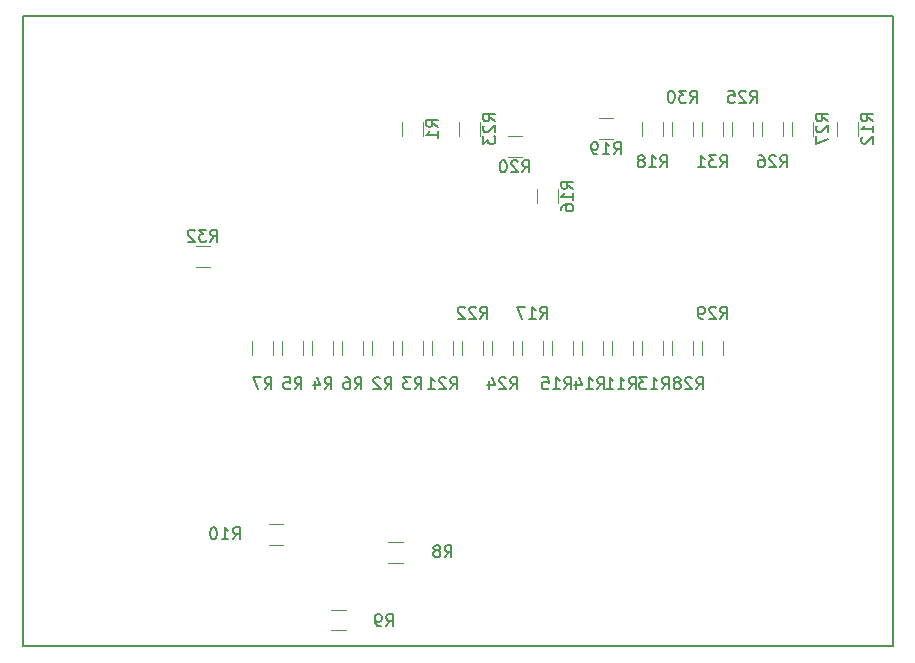
<source format=gbr>
G04 #@! TF.FileFunction,Legend,Bot*
%FSLAX46Y46*%
G04 Gerber Fmt 4.6, Leading zero omitted, Abs format (unit mm)*
G04 Created by KiCad (PCBNEW 4.0.7) date Fri Jun  7 08:16:43 2019*
%MOMM*%
%LPD*%
G01*
G04 APERTURE LIST*
%ADD10C,0.100000*%
%ADD11C,0.150000*%
%ADD12C,0.120000*%
G04 APERTURE END LIST*
D10*
D11*
X17780000Y-71120000D02*
X17780000Y-17780000D01*
X91440000Y-71120000D02*
X17780000Y-71120000D01*
X91440000Y-17780000D02*
X91440000Y-71120000D01*
X17780000Y-17780000D02*
X91440000Y-17780000D01*
D12*
X49920000Y-26705000D02*
X49920000Y-27905000D01*
X51680000Y-27905000D02*
X51680000Y-26705000D01*
X49140000Y-46447000D02*
X49140000Y-45247000D01*
X47380000Y-45247000D02*
X47380000Y-46447000D01*
X51680000Y-46447000D02*
X51680000Y-45247000D01*
X49920000Y-45247000D02*
X49920000Y-46447000D01*
X44060000Y-46447000D02*
X44060000Y-45247000D01*
X42300000Y-45247000D02*
X42300000Y-46447000D01*
X41520000Y-46447000D02*
X41520000Y-45247000D01*
X39760000Y-45247000D02*
X39760000Y-46447000D01*
X46600000Y-46447000D02*
X46600000Y-45247000D01*
X44840000Y-45247000D02*
X44840000Y-46447000D01*
X38980000Y-46447000D02*
X38980000Y-45247000D01*
X37220000Y-45247000D02*
X37220000Y-46447000D01*
X48739500Y-64062500D02*
X49939500Y-64062500D01*
X49939500Y-62302500D02*
X48739500Y-62302500D01*
X43913500Y-69777500D02*
X45113500Y-69777500D01*
X45113500Y-68017500D02*
X43913500Y-68017500D01*
X39843000Y-60778500D02*
X38643000Y-60778500D01*
X38643000Y-62538500D02*
X39843000Y-62538500D01*
X69460000Y-46447000D02*
X69460000Y-45247000D01*
X67700000Y-45247000D02*
X67700000Y-46447000D01*
X86750000Y-26705000D02*
X86750000Y-27905000D01*
X88510000Y-27905000D02*
X88510000Y-26705000D01*
X72000000Y-46447000D02*
X72000000Y-45247000D01*
X70240000Y-45247000D02*
X70240000Y-46447000D01*
X66920000Y-46447000D02*
X66920000Y-45247000D01*
X65160000Y-45247000D02*
X65160000Y-46447000D01*
X64380000Y-46447000D02*
X64380000Y-45247000D01*
X62620000Y-45247000D02*
X62620000Y-46447000D01*
X61350000Y-32420000D02*
X61350000Y-33620000D01*
X63110000Y-33620000D02*
X63110000Y-32420000D01*
X61840000Y-46447000D02*
X61840000Y-45247000D01*
X60080000Y-45247000D02*
X60080000Y-46447000D01*
X70240000Y-26705000D02*
X70240000Y-27905000D01*
X72000000Y-27905000D02*
X72000000Y-26705000D01*
X67783000Y-26425000D02*
X66583000Y-26425000D01*
X66583000Y-28185000D02*
X67783000Y-28185000D01*
X60036000Y-27949000D02*
X58836000Y-27949000D01*
X58836000Y-29709000D02*
X60036000Y-29709000D01*
X54220000Y-46447000D02*
X54220000Y-45247000D01*
X52460000Y-45247000D02*
X52460000Y-46447000D01*
X56760000Y-46447000D02*
X56760000Y-45247000D01*
X55000000Y-45247000D02*
X55000000Y-46447000D01*
X54746000Y-26705000D02*
X54746000Y-27905000D01*
X56506000Y-27905000D02*
X56506000Y-26705000D01*
X59300000Y-46447000D02*
X59300000Y-45247000D01*
X57540000Y-45247000D02*
X57540000Y-46447000D01*
X77860000Y-26705000D02*
X77860000Y-27905000D01*
X79620000Y-27905000D02*
X79620000Y-26705000D01*
X80400000Y-26705000D02*
X80400000Y-27905000D01*
X82160000Y-27905000D02*
X82160000Y-26705000D01*
X82940000Y-26705000D02*
X82940000Y-27905000D01*
X84700000Y-27905000D02*
X84700000Y-26705000D01*
X74540000Y-46447000D02*
X74540000Y-45247000D01*
X72780000Y-45247000D02*
X72780000Y-46447000D01*
X77080000Y-46447000D02*
X77080000Y-45247000D01*
X75320000Y-45247000D02*
X75320000Y-46447000D01*
X72780000Y-26705000D02*
X72780000Y-27905000D01*
X74540000Y-27905000D02*
X74540000Y-26705000D01*
X75320000Y-26705000D02*
X75320000Y-27905000D01*
X77080000Y-27905000D02*
X77080000Y-26705000D01*
X32420000Y-38980000D02*
X33620000Y-38980000D01*
X33620000Y-37220000D02*
X32420000Y-37220000D01*
D11*
X52952381Y-27138334D02*
X52476190Y-26805000D01*
X52952381Y-26566905D02*
X51952381Y-26566905D01*
X51952381Y-26947858D01*
X52000000Y-27043096D01*
X52047619Y-27090715D01*
X52142857Y-27138334D01*
X52285714Y-27138334D01*
X52380952Y-27090715D01*
X52428571Y-27043096D01*
X52476190Y-26947858D01*
X52476190Y-26566905D01*
X52952381Y-28090715D02*
X52952381Y-27519286D01*
X52952381Y-27805000D02*
X51952381Y-27805000D01*
X52095238Y-27709762D01*
X52190476Y-27614524D01*
X52238095Y-27519286D01*
X48426666Y-49347381D02*
X48760000Y-48871190D01*
X48998095Y-49347381D02*
X48998095Y-48347381D01*
X48617142Y-48347381D01*
X48521904Y-48395000D01*
X48474285Y-48442619D01*
X48426666Y-48537857D01*
X48426666Y-48680714D01*
X48474285Y-48775952D01*
X48521904Y-48823571D01*
X48617142Y-48871190D01*
X48998095Y-48871190D01*
X48045714Y-48442619D02*
X47998095Y-48395000D01*
X47902857Y-48347381D01*
X47664761Y-48347381D01*
X47569523Y-48395000D01*
X47521904Y-48442619D01*
X47474285Y-48537857D01*
X47474285Y-48633095D01*
X47521904Y-48775952D01*
X48093333Y-49347381D01*
X47474285Y-49347381D01*
X50966666Y-49347381D02*
X51300000Y-48871190D01*
X51538095Y-49347381D02*
X51538095Y-48347381D01*
X51157142Y-48347381D01*
X51061904Y-48395000D01*
X51014285Y-48442619D01*
X50966666Y-48537857D01*
X50966666Y-48680714D01*
X51014285Y-48775952D01*
X51061904Y-48823571D01*
X51157142Y-48871190D01*
X51538095Y-48871190D01*
X50633333Y-48347381D02*
X50014285Y-48347381D01*
X50347619Y-48728333D01*
X50204761Y-48728333D01*
X50109523Y-48775952D01*
X50061904Y-48823571D01*
X50014285Y-48918810D01*
X50014285Y-49156905D01*
X50061904Y-49252143D01*
X50109523Y-49299762D01*
X50204761Y-49347381D01*
X50490476Y-49347381D01*
X50585714Y-49299762D01*
X50633333Y-49252143D01*
X43346666Y-49347381D02*
X43680000Y-48871190D01*
X43918095Y-49347381D02*
X43918095Y-48347381D01*
X43537142Y-48347381D01*
X43441904Y-48395000D01*
X43394285Y-48442619D01*
X43346666Y-48537857D01*
X43346666Y-48680714D01*
X43394285Y-48775952D01*
X43441904Y-48823571D01*
X43537142Y-48871190D01*
X43918095Y-48871190D01*
X42489523Y-48680714D02*
X42489523Y-49347381D01*
X42727619Y-48299762D02*
X42965714Y-49014048D01*
X42346666Y-49014048D01*
X40806666Y-49347381D02*
X41140000Y-48871190D01*
X41378095Y-49347381D02*
X41378095Y-48347381D01*
X40997142Y-48347381D01*
X40901904Y-48395000D01*
X40854285Y-48442619D01*
X40806666Y-48537857D01*
X40806666Y-48680714D01*
X40854285Y-48775952D01*
X40901904Y-48823571D01*
X40997142Y-48871190D01*
X41378095Y-48871190D01*
X39901904Y-48347381D02*
X40378095Y-48347381D01*
X40425714Y-48823571D01*
X40378095Y-48775952D01*
X40282857Y-48728333D01*
X40044761Y-48728333D01*
X39949523Y-48775952D01*
X39901904Y-48823571D01*
X39854285Y-48918810D01*
X39854285Y-49156905D01*
X39901904Y-49252143D01*
X39949523Y-49299762D01*
X40044761Y-49347381D01*
X40282857Y-49347381D01*
X40378095Y-49299762D01*
X40425714Y-49252143D01*
X45886666Y-49347381D02*
X46220000Y-48871190D01*
X46458095Y-49347381D02*
X46458095Y-48347381D01*
X46077142Y-48347381D01*
X45981904Y-48395000D01*
X45934285Y-48442619D01*
X45886666Y-48537857D01*
X45886666Y-48680714D01*
X45934285Y-48775952D01*
X45981904Y-48823571D01*
X46077142Y-48871190D01*
X46458095Y-48871190D01*
X45029523Y-48347381D02*
X45220000Y-48347381D01*
X45315238Y-48395000D01*
X45362857Y-48442619D01*
X45458095Y-48585476D01*
X45505714Y-48775952D01*
X45505714Y-49156905D01*
X45458095Y-49252143D01*
X45410476Y-49299762D01*
X45315238Y-49347381D01*
X45124761Y-49347381D01*
X45029523Y-49299762D01*
X44981904Y-49252143D01*
X44934285Y-49156905D01*
X44934285Y-48918810D01*
X44981904Y-48823571D01*
X45029523Y-48775952D01*
X45124761Y-48728333D01*
X45315238Y-48728333D01*
X45410476Y-48775952D01*
X45458095Y-48823571D01*
X45505714Y-48918810D01*
X38266666Y-49347381D02*
X38600000Y-48871190D01*
X38838095Y-49347381D02*
X38838095Y-48347381D01*
X38457142Y-48347381D01*
X38361904Y-48395000D01*
X38314285Y-48442619D01*
X38266666Y-48537857D01*
X38266666Y-48680714D01*
X38314285Y-48775952D01*
X38361904Y-48823571D01*
X38457142Y-48871190D01*
X38838095Y-48871190D01*
X37933333Y-48347381D02*
X37266666Y-48347381D01*
X37695238Y-49347381D01*
X53506666Y-63571381D02*
X53840000Y-63095190D01*
X54078095Y-63571381D02*
X54078095Y-62571381D01*
X53697142Y-62571381D01*
X53601904Y-62619000D01*
X53554285Y-62666619D01*
X53506666Y-62761857D01*
X53506666Y-62904714D01*
X53554285Y-62999952D01*
X53601904Y-63047571D01*
X53697142Y-63095190D01*
X54078095Y-63095190D01*
X52935238Y-62999952D02*
X53030476Y-62952333D01*
X53078095Y-62904714D01*
X53125714Y-62809476D01*
X53125714Y-62761857D01*
X53078095Y-62666619D01*
X53030476Y-62619000D01*
X52935238Y-62571381D01*
X52744761Y-62571381D01*
X52649523Y-62619000D01*
X52601904Y-62666619D01*
X52554285Y-62761857D01*
X52554285Y-62809476D01*
X52601904Y-62904714D01*
X52649523Y-62952333D01*
X52744761Y-62999952D01*
X52935238Y-62999952D01*
X53030476Y-63047571D01*
X53078095Y-63095190D01*
X53125714Y-63190429D01*
X53125714Y-63380905D01*
X53078095Y-63476143D01*
X53030476Y-63523762D01*
X52935238Y-63571381D01*
X52744761Y-63571381D01*
X52649523Y-63523762D01*
X52601904Y-63476143D01*
X52554285Y-63380905D01*
X52554285Y-63190429D01*
X52601904Y-63095190D01*
X52649523Y-63047571D01*
X52744761Y-62999952D01*
X48553666Y-69413381D02*
X48887000Y-68937190D01*
X49125095Y-69413381D02*
X49125095Y-68413381D01*
X48744142Y-68413381D01*
X48648904Y-68461000D01*
X48601285Y-68508619D01*
X48553666Y-68603857D01*
X48553666Y-68746714D01*
X48601285Y-68841952D01*
X48648904Y-68889571D01*
X48744142Y-68937190D01*
X49125095Y-68937190D01*
X48077476Y-69413381D02*
X47887000Y-69413381D01*
X47791761Y-69365762D01*
X47744142Y-69318143D01*
X47648904Y-69175286D01*
X47601285Y-68984810D01*
X47601285Y-68603857D01*
X47648904Y-68508619D01*
X47696523Y-68461000D01*
X47791761Y-68413381D01*
X47982238Y-68413381D01*
X48077476Y-68461000D01*
X48125095Y-68508619D01*
X48172714Y-68603857D01*
X48172714Y-68841952D01*
X48125095Y-68937190D01*
X48077476Y-68984810D01*
X47982238Y-69032429D01*
X47791761Y-69032429D01*
X47696523Y-68984810D01*
X47648904Y-68937190D01*
X47601285Y-68841952D01*
X35567857Y-62047381D02*
X35901191Y-61571190D01*
X36139286Y-62047381D02*
X36139286Y-61047381D01*
X35758333Y-61047381D01*
X35663095Y-61095000D01*
X35615476Y-61142619D01*
X35567857Y-61237857D01*
X35567857Y-61380714D01*
X35615476Y-61475952D01*
X35663095Y-61523571D01*
X35758333Y-61571190D01*
X36139286Y-61571190D01*
X34615476Y-62047381D02*
X35186905Y-62047381D01*
X34901191Y-62047381D02*
X34901191Y-61047381D01*
X34996429Y-61190238D01*
X35091667Y-61285476D01*
X35186905Y-61333095D01*
X33996429Y-61047381D02*
X33901190Y-61047381D01*
X33805952Y-61095000D01*
X33758333Y-61142619D01*
X33710714Y-61237857D01*
X33663095Y-61428333D01*
X33663095Y-61666429D01*
X33710714Y-61856905D01*
X33758333Y-61952143D01*
X33805952Y-61999762D01*
X33901190Y-62047381D01*
X33996429Y-62047381D01*
X34091667Y-61999762D01*
X34139286Y-61952143D01*
X34186905Y-61856905D01*
X34234524Y-61666429D01*
X34234524Y-61428333D01*
X34186905Y-61237857D01*
X34139286Y-61142619D01*
X34091667Y-61095000D01*
X33996429Y-61047381D01*
X69095857Y-49347381D02*
X69429191Y-48871190D01*
X69667286Y-49347381D02*
X69667286Y-48347381D01*
X69286333Y-48347381D01*
X69191095Y-48395000D01*
X69143476Y-48442619D01*
X69095857Y-48537857D01*
X69095857Y-48680714D01*
X69143476Y-48775952D01*
X69191095Y-48823571D01*
X69286333Y-48871190D01*
X69667286Y-48871190D01*
X68143476Y-49347381D02*
X68714905Y-49347381D01*
X68429191Y-49347381D02*
X68429191Y-48347381D01*
X68524429Y-48490238D01*
X68619667Y-48585476D01*
X68714905Y-48633095D01*
X67191095Y-49347381D02*
X67762524Y-49347381D01*
X67476810Y-49347381D02*
X67476810Y-48347381D01*
X67572048Y-48490238D01*
X67667286Y-48585476D01*
X67762524Y-48633095D01*
X89782381Y-26662143D02*
X89306190Y-26328809D01*
X89782381Y-26090714D02*
X88782381Y-26090714D01*
X88782381Y-26471667D01*
X88830000Y-26566905D01*
X88877619Y-26614524D01*
X88972857Y-26662143D01*
X89115714Y-26662143D01*
X89210952Y-26614524D01*
X89258571Y-26566905D01*
X89306190Y-26471667D01*
X89306190Y-26090714D01*
X89782381Y-27614524D02*
X89782381Y-27043095D01*
X89782381Y-27328809D02*
X88782381Y-27328809D01*
X88925238Y-27233571D01*
X89020476Y-27138333D01*
X89068095Y-27043095D01*
X88877619Y-27995476D02*
X88830000Y-28043095D01*
X88782381Y-28138333D01*
X88782381Y-28376429D01*
X88830000Y-28471667D01*
X88877619Y-28519286D01*
X88972857Y-28566905D01*
X89068095Y-28566905D01*
X89210952Y-28519286D01*
X89782381Y-27947857D01*
X89782381Y-28566905D01*
X71889857Y-49347381D02*
X72223191Y-48871190D01*
X72461286Y-49347381D02*
X72461286Y-48347381D01*
X72080333Y-48347381D01*
X71985095Y-48395000D01*
X71937476Y-48442619D01*
X71889857Y-48537857D01*
X71889857Y-48680714D01*
X71937476Y-48775952D01*
X71985095Y-48823571D01*
X72080333Y-48871190D01*
X72461286Y-48871190D01*
X70937476Y-49347381D02*
X71508905Y-49347381D01*
X71223191Y-49347381D02*
X71223191Y-48347381D01*
X71318429Y-48490238D01*
X71413667Y-48585476D01*
X71508905Y-48633095D01*
X70604143Y-48347381D02*
X69985095Y-48347381D01*
X70318429Y-48728333D01*
X70175571Y-48728333D01*
X70080333Y-48775952D01*
X70032714Y-48823571D01*
X69985095Y-48918810D01*
X69985095Y-49156905D01*
X70032714Y-49252143D01*
X70080333Y-49299762D01*
X70175571Y-49347381D01*
X70461286Y-49347381D01*
X70556524Y-49299762D01*
X70604143Y-49252143D01*
X66428857Y-49347381D02*
X66762191Y-48871190D01*
X67000286Y-49347381D02*
X67000286Y-48347381D01*
X66619333Y-48347381D01*
X66524095Y-48395000D01*
X66476476Y-48442619D01*
X66428857Y-48537857D01*
X66428857Y-48680714D01*
X66476476Y-48775952D01*
X66524095Y-48823571D01*
X66619333Y-48871190D01*
X67000286Y-48871190D01*
X65476476Y-49347381D02*
X66047905Y-49347381D01*
X65762191Y-49347381D02*
X65762191Y-48347381D01*
X65857429Y-48490238D01*
X65952667Y-48585476D01*
X66047905Y-48633095D01*
X64619333Y-48680714D02*
X64619333Y-49347381D01*
X64857429Y-48299762D02*
X65095524Y-49014048D01*
X64476476Y-49014048D01*
X63634857Y-49347381D02*
X63968191Y-48871190D01*
X64206286Y-49347381D02*
X64206286Y-48347381D01*
X63825333Y-48347381D01*
X63730095Y-48395000D01*
X63682476Y-48442619D01*
X63634857Y-48537857D01*
X63634857Y-48680714D01*
X63682476Y-48775952D01*
X63730095Y-48823571D01*
X63825333Y-48871190D01*
X64206286Y-48871190D01*
X62682476Y-49347381D02*
X63253905Y-49347381D01*
X62968191Y-49347381D02*
X62968191Y-48347381D01*
X63063429Y-48490238D01*
X63158667Y-48585476D01*
X63253905Y-48633095D01*
X61777714Y-48347381D02*
X62253905Y-48347381D01*
X62301524Y-48823571D01*
X62253905Y-48775952D01*
X62158667Y-48728333D01*
X61920571Y-48728333D01*
X61825333Y-48775952D01*
X61777714Y-48823571D01*
X61730095Y-48918810D01*
X61730095Y-49156905D01*
X61777714Y-49252143D01*
X61825333Y-49299762D01*
X61920571Y-49347381D01*
X62158667Y-49347381D01*
X62253905Y-49299762D01*
X62301524Y-49252143D01*
X64382381Y-32377143D02*
X63906190Y-32043809D01*
X64382381Y-31805714D02*
X63382381Y-31805714D01*
X63382381Y-32186667D01*
X63430000Y-32281905D01*
X63477619Y-32329524D01*
X63572857Y-32377143D01*
X63715714Y-32377143D01*
X63810952Y-32329524D01*
X63858571Y-32281905D01*
X63906190Y-32186667D01*
X63906190Y-31805714D01*
X64382381Y-33329524D02*
X64382381Y-32758095D01*
X64382381Y-33043809D02*
X63382381Y-33043809D01*
X63525238Y-32948571D01*
X63620476Y-32853333D01*
X63668095Y-32758095D01*
X63382381Y-34186667D02*
X63382381Y-33996190D01*
X63430000Y-33900952D01*
X63477619Y-33853333D01*
X63620476Y-33758095D01*
X63810952Y-33710476D01*
X64191905Y-33710476D01*
X64287143Y-33758095D01*
X64334762Y-33805714D01*
X64382381Y-33900952D01*
X64382381Y-34091429D01*
X64334762Y-34186667D01*
X64287143Y-34234286D01*
X64191905Y-34281905D01*
X63953810Y-34281905D01*
X63858571Y-34234286D01*
X63810952Y-34186667D01*
X63763333Y-34091429D01*
X63763333Y-33900952D01*
X63810952Y-33805714D01*
X63858571Y-33758095D01*
X63953810Y-33710476D01*
X61602857Y-43378381D02*
X61936191Y-42902190D01*
X62174286Y-43378381D02*
X62174286Y-42378381D01*
X61793333Y-42378381D01*
X61698095Y-42426000D01*
X61650476Y-42473619D01*
X61602857Y-42568857D01*
X61602857Y-42711714D01*
X61650476Y-42806952D01*
X61698095Y-42854571D01*
X61793333Y-42902190D01*
X62174286Y-42902190D01*
X60650476Y-43378381D02*
X61221905Y-43378381D01*
X60936191Y-43378381D02*
X60936191Y-42378381D01*
X61031429Y-42521238D01*
X61126667Y-42616476D01*
X61221905Y-42664095D01*
X60317143Y-42378381D02*
X59650476Y-42378381D01*
X60079048Y-43378381D01*
X71762857Y-30551381D02*
X72096191Y-30075190D01*
X72334286Y-30551381D02*
X72334286Y-29551381D01*
X71953333Y-29551381D01*
X71858095Y-29599000D01*
X71810476Y-29646619D01*
X71762857Y-29741857D01*
X71762857Y-29884714D01*
X71810476Y-29979952D01*
X71858095Y-30027571D01*
X71953333Y-30075190D01*
X72334286Y-30075190D01*
X70810476Y-30551381D02*
X71381905Y-30551381D01*
X71096191Y-30551381D02*
X71096191Y-29551381D01*
X71191429Y-29694238D01*
X71286667Y-29789476D01*
X71381905Y-29837095D01*
X70239048Y-29979952D02*
X70334286Y-29932333D01*
X70381905Y-29884714D01*
X70429524Y-29789476D01*
X70429524Y-29741857D01*
X70381905Y-29646619D01*
X70334286Y-29599000D01*
X70239048Y-29551381D01*
X70048571Y-29551381D01*
X69953333Y-29599000D01*
X69905714Y-29646619D01*
X69858095Y-29741857D01*
X69858095Y-29789476D01*
X69905714Y-29884714D01*
X69953333Y-29932333D01*
X70048571Y-29979952D01*
X70239048Y-29979952D01*
X70334286Y-30027571D01*
X70381905Y-30075190D01*
X70429524Y-30170429D01*
X70429524Y-30360905D01*
X70381905Y-30456143D01*
X70334286Y-30503762D01*
X70239048Y-30551381D01*
X70048571Y-30551381D01*
X69953333Y-30503762D01*
X69905714Y-30456143D01*
X69858095Y-30360905D01*
X69858095Y-30170429D01*
X69905714Y-30075190D01*
X69953333Y-30027571D01*
X70048571Y-29979952D01*
X67825857Y-29457381D02*
X68159191Y-28981190D01*
X68397286Y-29457381D02*
X68397286Y-28457381D01*
X68016333Y-28457381D01*
X67921095Y-28505000D01*
X67873476Y-28552619D01*
X67825857Y-28647857D01*
X67825857Y-28790714D01*
X67873476Y-28885952D01*
X67921095Y-28933571D01*
X68016333Y-28981190D01*
X68397286Y-28981190D01*
X66873476Y-29457381D02*
X67444905Y-29457381D01*
X67159191Y-29457381D02*
X67159191Y-28457381D01*
X67254429Y-28600238D01*
X67349667Y-28695476D01*
X67444905Y-28743095D01*
X66397286Y-29457381D02*
X66206810Y-29457381D01*
X66111571Y-29409762D01*
X66063952Y-29362143D01*
X65968714Y-29219286D01*
X65921095Y-29028810D01*
X65921095Y-28647857D01*
X65968714Y-28552619D01*
X66016333Y-28505000D01*
X66111571Y-28457381D01*
X66302048Y-28457381D01*
X66397286Y-28505000D01*
X66444905Y-28552619D01*
X66492524Y-28647857D01*
X66492524Y-28885952D01*
X66444905Y-28981190D01*
X66397286Y-29028810D01*
X66302048Y-29076429D01*
X66111571Y-29076429D01*
X66016333Y-29028810D01*
X65968714Y-28981190D01*
X65921095Y-28885952D01*
X60078857Y-30981381D02*
X60412191Y-30505190D01*
X60650286Y-30981381D02*
X60650286Y-29981381D01*
X60269333Y-29981381D01*
X60174095Y-30029000D01*
X60126476Y-30076619D01*
X60078857Y-30171857D01*
X60078857Y-30314714D01*
X60126476Y-30409952D01*
X60174095Y-30457571D01*
X60269333Y-30505190D01*
X60650286Y-30505190D01*
X59697905Y-30076619D02*
X59650286Y-30029000D01*
X59555048Y-29981381D01*
X59316952Y-29981381D01*
X59221714Y-30029000D01*
X59174095Y-30076619D01*
X59126476Y-30171857D01*
X59126476Y-30267095D01*
X59174095Y-30409952D01*
X59745524Y-30981381D01*
X59126476Y-30981381D01*
X58507429Y-29981381D02*
X58412190Y-29981381D01*
X58316952Y-30029000D01*
X58269333Y-30076619D01*
X58221714Y-30171857D01*
X58174095Y-30362333D01*
X58174095Y-30600429D01*
X58221714Y-30790905D01*
X58269333Y-30886143D01*
X58316952Y-30933762D01*
X58412190Y-30981381D01*
X58507429Y-30981381D01*
X58602667Y-30933762D01*
X58650286Y-30886143D01*
X58697905Y-30790905D01*
X58745524Y-30600429D01*
X58745524Y-30362333D01*
X58697905Y-30171857D01*
X58650286Y-30076619D01*
X58602667Y-30029000D01*
X58507429Y-29981381D01*
X53982857Y-49347381D02*
X54316191Y-48871190D01*
X54554286Y-49347381D02*
X54554286Y-48347381D01*
X54173333Y-48347381D01*
X54078095Y-48395000D01*
X54030476Y-48442619D01*
X53982857Y-48537857D01*
X53982857Y-48680714D01*
X54030476Y-48775952D01*
X54078095Y-48823571D01*
X54173333Y-48871190D01*
X54554286Y-48871190D01*
X53601905Y-48442619D02*
X53554286Y-48395000D01*
X53459048Y-48347381D01*
X53220952Y-48347381D01*
X53125714Y-48395000D01*
X53078095Y-48442619D01*
X53030476Y-48537857D01*
X53030476Y-48633095D01*
X53078095Y-48775952D01*
X53649524Y-49347381D01*
X53030476Y-49347381D01*
X52078095Y-49347381D02*
X52649524Y-49347381D01*
X52363810Y-49347381D02*
X52363810Y-48347381D01*
X52459048Y-48490238D01*
X52554286Y-48585476D01*
X52649524Y-48633095D01*
X56522857Y-43378381D02*
X56856191Y-42902190D01*
X57094286Y-43378381D02*
X57094286Y-42378381D01*
X56713333Y-42378381D01*
X56618095Y-42426000D01*
X56570476Y-42473619D01*
X56522857Y-42568857D01*
X56522857Y-42711714D01*
X56570476Y-42806952D01*
X56618095Y-42854571D01*
X56713333Y-42902190D01*
X57094286Y-42902190D01*
X56141905Y-42473619D02*
X56094286Y-42426000D01*
X55999048Y-42378381D01*
X55760952Y-42378381D01*
X55665714Y-42426000D01*
X55618095Y-42473619D01*
X55570476Y-42568857D01*
X55570476Y-42664095D01*
X55618095Y-42806952D01*
X56189524Y-43378381D01*
X55570476Y-43378381D01*
X55189524Y-42473619D02*
X55141905Y-42426000D01*
X55046667Y-42378381D01*
X54808571Y-42378381D01*
X54713333Y-42426000D01*
X54665714Y-42473619D01*
X54618095Y-42568857D01*
X54618095Y-42664095D01*
X54665714Y-42806952D01*
X55237143Y-43378381D01*
X54618095Y-43378381D01*
X57778381Y-26662143D02*
X57302190Y-26328809D01*
X57778381Y-26090714D02*
X56778381Y-26090714D01*
X56778381Y-26471667D01*
X56826000Y-26566905D01*
X56873619Y-26614524D01*
X56968857Y-26662143D01*
X57111714Y-26662143D01*
X57206952Y-26614524D01*
X57254571Y-26566905D01*
X57302190Y-26471667D01*
X57302190Y-26090714D01*
X56873619Y-27043095D02*
X56826000Y-27090714D01*
X56778381Y-27185952D01*
X56778381Y-27424048D01*
X56826000Y-27519286D01*
X56873619Y-27566905D01*
X56968857Y-27614524D01*
X57064095Y-27614524D01*
X57206952Y-27566905D01*
X57778381Y-26995476D01*
X57778381Y-27614524D01*
X56778381Y-27947857D02*
X56778381Y-28566905D01*
X57159333Y-28233571D01*
X57159333Y-28376429D01*
X57206952Y-28471667D01*
X57254571Y-28519286D01*
X57349810Y-28566905D01*
X57587905Y-28566905D01*
X57683143Y-28519286D01*
X57730762Y-28471667D01*
X57778381Y-28376429D01*
X57778381Y-28090714D01*
X57730762Y-27995476D01*
X57683143Y-27947857D01*
X59062857Y-49347381D02*
X59396191Y-48871190D01*
X59634286Y-49347381D02*
X59634286Y-48347381D01*
X59253333Y-48347381D01*
X59158095Y-48395000D01*
X59110476Y-48442619D01*
X59062857Y-48537857D01*
X59062857Y-48680714D01*
X59110476Y-48775952D01*
X59158095Y-48823571D01*
X59253333Y-48871190D01*
X59634286Y-48871190D01*
X58681905Y-48442619D02*
X58634286Y-48395000D01*
X58539048Y-48347381D01*
X58300952Y-48347381D01*
X58205714Y-48395000D01*
X58158095Y-48442619D01*
X58110476Y-48537857D01*
X58110476Y-48633095D01*
X58158095Y-48775952D01*
X58729524Y-49347381D01*
X58110476Y-49347381D01*
X57253333Y-48680714D02*
X57253333Y-49347381D01*
X57491429Y-48299762D02*
X57729524Y-49014048D01*
X57110476Y-49014048D01*
X79382857Y-25090381D02*
X79716191Y-24614190D01*
X79954286Y-25090381D02*
X79954286Y-24090381D01*
X79573333Y-24090381D01*
X79478095Y-24138000D01*
X79430476Y-24185619D01*
X79382857Y-24280857D01*
X79382857Y-24423714D01*
X79430476Y-24518952D01*
X79478095Y-24566571D01*
X79573333Y-24614190D01*
X79954286Y-24614190D01*
X79001905Y-24185619D02*
X78954286Y-24138000D01*
X78859048Y-24090381D01*
X78620952Y-24090381D01*
X78525714Y-24138000D01*
X78478095Y-24185619D01*
X78430476Y-24280857D01*
X78430476Y-24376095D01*
X78478095Y-24518952D01*
X79049524Y-25090381D01*
X78430476Y-25090381D01*
X77525714Y-24090381D02*
X78001905Y-24090381D01*
X78049524Y-24566571D01*
X78001905Y-24518952D01*
X77906667Y-24471333D01*
X77668571Y-24471333D01*
X77573333Y-24518952D01*
X77525714Y-24566571D01*
X77478095Y-24661810D01*
X77478095Y-24899905D01*
X77525714Y-24995143D01*
X77573333Y-25042762D01*
X77668571Y-25090381D01*
X77906667Y-25090381D01*
X78001905Y-25042762D01*
X78049524Y-24995143D01*
X81922857Y-30551381D02*
X82256191Y-30075190D01*
X82494286Y-30551381D02*
X82494286Y-29551381D01*
X82113333Y-29551381D01*
X82018095Y-29599000D01*
X81970476Y-29646619D01*
X81922857Y-29741857D01*
X81922857Y-29884714D01*
X81970476Y-29979952D01*
X82018095Y-30027571D01*
X82113333Y-30075190D01*
X82494286Y-30075190D01*
X81541905Y-29646619D02*
X81494286Y-29599000D01*
X81399048Y-29551381D01*
X81160952Y-29551381D01*
X81065714Y-29599000D01*
X81018095Y-29646619D01*
X80970476Y-29741857D01*
X80970476Y-29837095D01*
X81018095Y-29979952D01*
X81589524Y-30551381D01*
X80970476Y-30551381D01*
X80113333Y-29551381D02*
X80303810Y-29551381D01*
X80399048Y-29599000D01*
X80446667Y-29646619D01*
X80541905Y-29789476D01*
X80589524Y-29979952D01*
X80589524Y-30360905D01*
X80541905Y-30456143D01*
X80494286Y-30503762D01*
X80399048Y-30551381D01*
X80208571Y-30551381D01*
X80113333Y-30503762D01*
X80065714Y-30456143D01*
X80018095Y-30360905D01*
X80018095Y-30122810D01*
X80065714Y-30027571D01*
X80113333Y-29979952D01*
X80208571Y-29932333D01*
X80399048Y-29932333D01*
X80494286Y-29979952D01*
X80541905Y-30027571D01*
X80589524Y-30122810D01*
X85972381Y-26662143D02*
X85496190Y-26328809D01*
X85972381Y-26090714D02*
X84972381Y-26090714D01*
X84972381Y-26471667D01*
X85020000Y-26566905D01*
X85067619Y-26614524D01*
X85162857Y-26662143D01*
X85305714Y-26662143D01*
X85400952Y-26614524D01*
X85448571Y-26566905D01*
X85496190Y-26471667D01*
X85496190Y-26090714D01*
X85067619Y-27043095D02*
X85020000Y-27090714D01*
X84972381Y-27185952D01*
X84972381Y-27424048D01*
X85020000Y-27519286D01*
X85067619Y-27566905D01*
X85162857Y-27614524D01*
X85258095Y-27614524D01*
X85400952Y-27566905D01*
X85972381Y-26995476D01*
X85972381Y-27614524D01*
X84972381Y-27947857D02*
X84972381Y-28614524D01*
X85972381Y-28185952D01*
X74810857Y-49347381D02*
X75144191Y-48871190D01*
X75382286Y-49347381D02*
X75382286Y-48347381D01*
X75001333Y-48347381D01*
X74906095Y-48395000D01*
X74858476Y-48442619D01*
X74810857Y-48537857D01*
X74810857Y-48680714D01*
X74858476Y-48775952D01*
X74906095Y-48823571D01*
X75001333Y-48871190D01*
X75382286Y-48871190D01*
X74429905Y-48442619D02*
X74382286Y-48395000D01*
X74287048Y-48347381D01*
X74048952Y-48347381D01*
X73953714Y-48395000D01*
X73906095Y-48442619D01*
X73858476Y-48537857D01*
X73858476Y-48633095D01*
X73906095Y-48775952D01*
X74477524Y-49347381D01*
X73858476Y-49347381D01*
X73287048Y-48775952D02*
X73382286Y-48728333D01*
X73429905Y-48680714D01*
X73477524Y-48585476D01*
X73477524Y-48537857D01*
X73429905Y-48442619D01*
X73382286Y-48395000D01*
X73287048Y-48347381D01*
X73096571Y-48347381D01*
X73001333Y-48395000D01*
X72953714Y-48442619D01*
X72906095Y-48537857D01*
X72906095Y-48585476D01*
X72953714Y-48680714D01*
X73001333Y-48728333D01*
X73096571Y-48775952D01*
X73287048Y-48775952D01*
X73382286Y-48823571D01*
X73429905Y-48871190D01*
X73477524Y-48966429D01*
X73477524Y-49156905D01*
X73429905Y-49252143D01*
X73382286Y-49299762D01*
X73287048Y-49347381D01*
X73096571Y-49347381D01*
X73001333Y-49299762D01*
X72953714Y-49252143D01*
X72906095Y-49156905D01*
X72906095Y-48966429D01*
X72953714Y-48871190D01*
X73001333Y-48823571D01*
X73096571Y-48775952D01*
X76842857Y-43378381D02*
X77176191Y-42902190D01*
X77414286Y-43378381D02*
X77414286Y-42378381D01*
X77033333Y-42378381D01*
X76938095Y-42426000D01*
X76890476Y-42473619D01*
X76842857Y-42568857D01*
X76842857Y-42711714D01*
X76890476Y-42806952D01*
X76938095Y-42854571D01*
X77033333Y-42902190D01*
X77414286Y-42902190D01*
X76461905Y-42473619D02*
X76414286Y-42426000D01*
X76319048Y-42378381D01*
X76080952Y-42378381D01*
X75985714Y-42426000D01*
X75938095Y-42473619D01*
X75890476Y-42568857D01*
X75890476Y-42664095D01*
X75938095Y-42806952D01*
X76509524Y-43378381D01*
X75890476Y-43378381D01*
X75414286Y-43378381D02*
X75223810Y-43378381D01*
X75128571Y-43330762D01*
X75080952Y-43283143D01*
X74985714Y-43140286D01*
X74938095Y-42949810D01*
X74938095Y-42568857D01*
X74985714Y-42473619D01*
X75033333Y-42426000D01*
X75128571Y-42378381D01*
X75319048Y-42378381D01*
X75414286Y-42426000D01*
X75461905Y-42473619D01*
X75509524Y-42568857D01*
X75509524Y-42806952D01*
X75461905Y-42902190D01*
X75414286Y-42949810D01*
X75319048Y-42997429D01*
X75128571Y-42997429D01*
X75033333Y-42949810D01*
X74985714Y-42902190D01*
X74938095Y-42806952D01*
X74302857Y-25090381D02*
X74636191Y-24614190D01*
X74874286Y-25090381D02*
X74874286Y-24090381D01*
X74493333Y-24090381D01*
X74398095Y-24138000D01*
X74350476Y-24185619D01*
X74302857Y-24280857D01*
X74302857Y-24423714D01*
X74350476Y-24518952D01*
X74398095Y-24566571D01*
X74493333Y-24614190D01*
X74874286Y-24614190D01*
X73969524Y-24090381D02*
X73350476Y-24090381D01*
X73683810Y-24471333D01*
X73540952Y-24471333D01*
X73445714Y-24518952D01*
X73398095Y-24566571D01*
X73350476Y-24661810D01*
X73350476Y-24899905D01*
X73398095Y-24995143D01*
X73445714Y-25042762D01*
X73540952Y-25090381D01*
X73826667Y-25090381D01*
X73921905Y-25042762D01*
X73969524Y-24995143D01*
X72731429Y-24090381D02*
X72636190Y-24090381D01*
X72540952Y-24138000D01*
X72493333Y-24185619D01*
X72445714Y-24280857D01*
X72398095Y-24471333D01*
X72398095Y-24709429D01*
X72445714Y-24899905D01*
X72493333Y-24995143D01*
X72540952Y-25042762D01*
X72636190Y-25090381D01*
X72731429Y-25090381D01*
X72826667Y-25042762D01*
X72874286Y-24995143D01*
X72921905Y-24899905D01*
X72969524Y-24709429D01*
X72969524Y-24471333D01*
X72921905Y-24280857D01*
X72874286Y-24185619D01*
X72826667Y-24138000D01*
X72731429Y-24090381D01*
X76842857Y-30551381D02*
X77176191Y-30075190D01*
X77414286Y-30551381D02*
X77414286Y-29551381D01*
X77033333Y-29551381D01*
X76938095Y-29599000D01*
X76890476Y-29646619D01*
X76842857Y-29741857D01*
X76842857Y-29884714D01*
X76890476Y-29979952D01*
X76938095Y-30027571D01*
X77033333Y-30075190D01*
X77414286Y-30075190D01*
X76509524Y-29551381D02*
X75890476Y-29551381D01*
X76223810Y-29932333D01*
X76080952Y-29932333D01*
X75985714Y-29979952D01*
X75938095Y-30027571D01*
X75890476Y-30122810D01*
X75890476Y-30360905D01*
X75938095Y-30456143D01*
X75985714Y-30503762D01*
X76080952Y-30551381D01*
X76366667Y-30551381D01*
X76461905Y-30503762D01*
X76509524Y-30456143D01*
X74938095Y-30551381D02*
X75509524Y-30551381D01*
X75223810Y-30551381D02*
X75223810Y-29551381D01*
X75319048Y-29694238D01*
X75414286Y-29789476D01*
X75509524Y-29837095D01*
X33662857Y-36852381D02*
X33996191Y-36376190D01*
X34234286Y-36852381D02*
X34234286Y-35852381D01*
X33853333Y-35852381D01*
X33758095Y-35900000D01*
X33710476Y-35947619D01*
X33662857Y-36042857D01*
X33662857Y-36185714D01*
X33710476Y-36280952D01*
X33758095Y-36328571D01*
X33853333Y-36376190D01*
X34234286Y-36376190D01*
X33329524Y-35852381D02*
X32710476Y-35852381D01*
X33043810Y-36233333D01*
X32900952Y-36233333D01*
X32805714Y-36280952D01*
X32758095Y-36328571D01*
X32710476Y-36423810D01*
X32710476Y-36661905D01*
X32758095Y-36757143D01*
X32805714Y-36804762D01*
X32900952Y-36852381D01*
X33186667Y-36852381D01*
X33281905Y-36804762D01*
X33329524Y-36757143D01*
X32329524Y-35947619D02*
X32281905Y-35900000D01*
X32186667Y-35852381D01*
X31948571Y-35852381D01*
X31853333Y-35900000D01*
X31805714Y-35947619D01*
X31758095Y-36042857D01*
X31758095Y-36138095D01*
X31805714Y-36280952D01*
X32377143Y-36852381D01*
X31758095Y-36852381D01*
M02*

</source>
